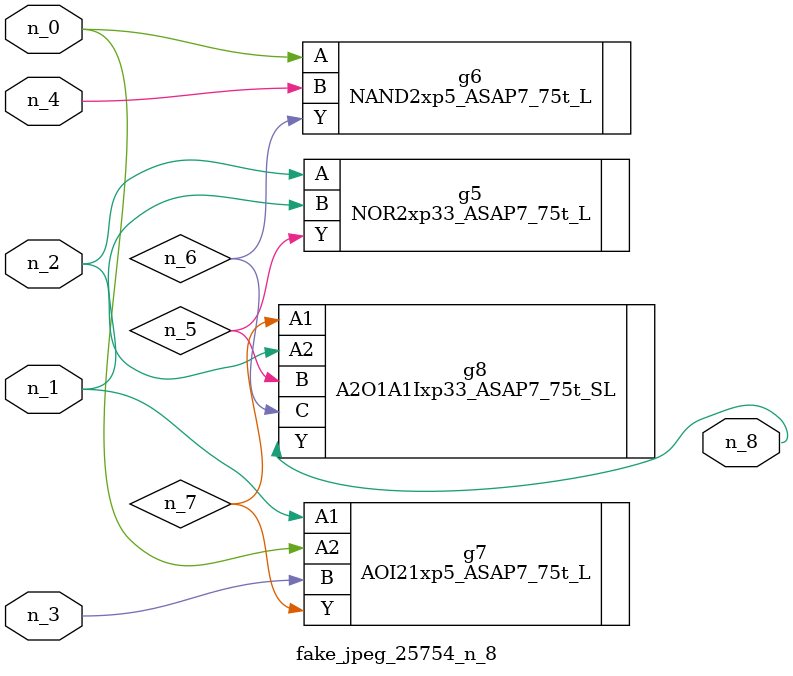
<source format=v>
module fake_jpeg_25754_n_8 (n_3, n_2, n_1, n_0, n_4, n_8);

input n_3;
input n_2;
input n_1;
input n_0;
input n_4;

output n_8;

wire n_6;
wire n_5;
wire n_7;

NOR2xp33_ASAP7_75t_L g5 ( 
.A(n_2),
.B(n_1),
.Y(n_5)
);

NAND2xp5_ASAP7_75t_L g6 ( 
.A(n_0),
.B(n_4),
.Y(n_6)
);

AOI21xp5_ASAP7_75t_L g7 ( 
.A1(n_1),
.A2(n_0),
.B(n_3),
.Y(n_7)
);

A2O1A1Ixp33_ASAP7_75t_SL g8 ( 
.A1(n_7),
.A2(n_2),
.B(n_5),
.C(n_6),
.Y(n_8)
);


endmodule
</source>
